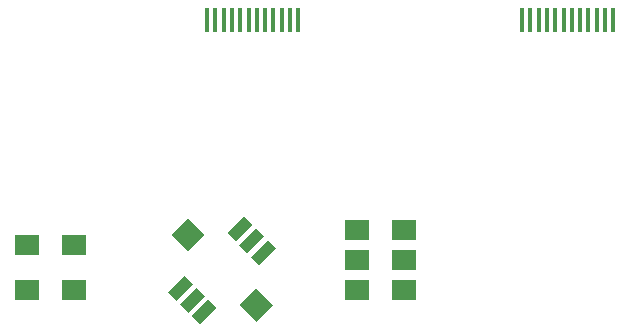
<source format=gbr>
G04 #@! TF.FileFunction,Paste,Top*
%FSLAX46Y46*%
G04 Gerber Fmt 4.6, Leading zero omitted, Abs format (unit mm)*
G04 Created by KiCad (PCBNEW 4.0.7) date 04/18/19 14:14:10*
%MOMM*%
%LPD*%
G01*
G04 APERTURE LIST*
%ADD10C,0.100000*%
%ADD11R,2.000000X1.700000*%
%ADD12R,0.350000X2.000000*%
G04 APERTURE END LIST*
D10*
D11*
X144050000Y-140970000D03*
X148050000Y-140970000D03*
X116110000Y-143510000D03*
X120110000Y-143510000D03*
X144050000Y-143510000D03*
X148050000Y-143510000D03*
X116110000Y-139700000D03*
X120110000Y-139700000D03*
X148050000Y-138430000D03*
X144050000Y-138430000D03*
D10*
G36*
X135800688Y-141424035D02*
X135093581Y-140716928D01*
X136507794Y-139302715D01*
X137214901Y-140009822D01*
X135800688Y-141424035D01*
X135800688Y-141424035D01*
G37*
G36*
X134793060Y-140416408D02*
X134085953Y-139709301D01*
X135500166Y-138295088D01*
X136207273Y-139002195D01*
X134793060Y-140416408D01*
X134793060Y-140416408D01*
G37*
G36*
X133785433Y-139408780D02*
X133078326Y-138701673D01*
X134492539Y-137287460D01*
X135199646Y-137994567D01*
X133785433Y-139408780D01*
X133785433Y-139408780D01*
G37*
G36*
X128764975Y-144429239D02*
X128057868Y-143722132D01*
X129472081Y-142307919D01*
X130179188Y-143015026D01*
X128764975Y-144429239D01*
X128764975Y-144429239D01*
G37*
G36*
X130780229Y-146444493D02*
X130073122Y-145737386D01*
X131487335Y-144323173D01*
X132194442Y-145030280D01*
X130780229Y-146444493D01*
X130780229Y-146444493D01*
G37*
G36*
X129772602Y-145436866D02*
X129065495Y-144729759D01*
X130479708Y-143315546D01*
X131186815Y-144022653D01*
X129772602Y-145436866D01*
X129772602Y-145436866D01*
G37*
G36*
X135553200Y-146197006D02*
X134138986Y-144782792D01*
X135553200Y-143368578D01*
X136967414Y-144782792D01*
X135553200Y-146197006D01*
X135553200Y-146197006D01*
G37*
G36*
X129754924Y-140257309D02*
X128340710Y-138843095D01*
X129754924Y-137428881D01*
X131169138Y-138843095D01*
X129754924Y-140257309D01*
X129754924Y-140257309D01*
G37*
D12*
X139080000Y-120650000D03*
X138380000Y-120650000D03*
X137680000Y-120650000D03*
X136980000Y-120650000D03*
X136280000Y-120650000D03*
X135580000Y-120650000D03*
X134880000Y-120650000D03*
X134180000Y-120650000D03*
X133480000Y-120650000D03*
X132780000Y-120650000D03*
X132080000Y-120650000D03*
X131380000Y-120650000D03*
X165750000Y-120650000D03*
X165050000Y-120650000D03*
X164350000Y-120650000D03*
X163650000Y-120650000D03*
X162950000Y-120650000D03*
X162250000Y-120650000D03*
X161550000Y-120650000D03*
X160850000Y-120650000D03*
X160150000Y-120650000D03*
X159450000Y-120650000D03*
X158750000Y-120650000D03*
X158050000Y-120650000D03*
M02*

</source>
